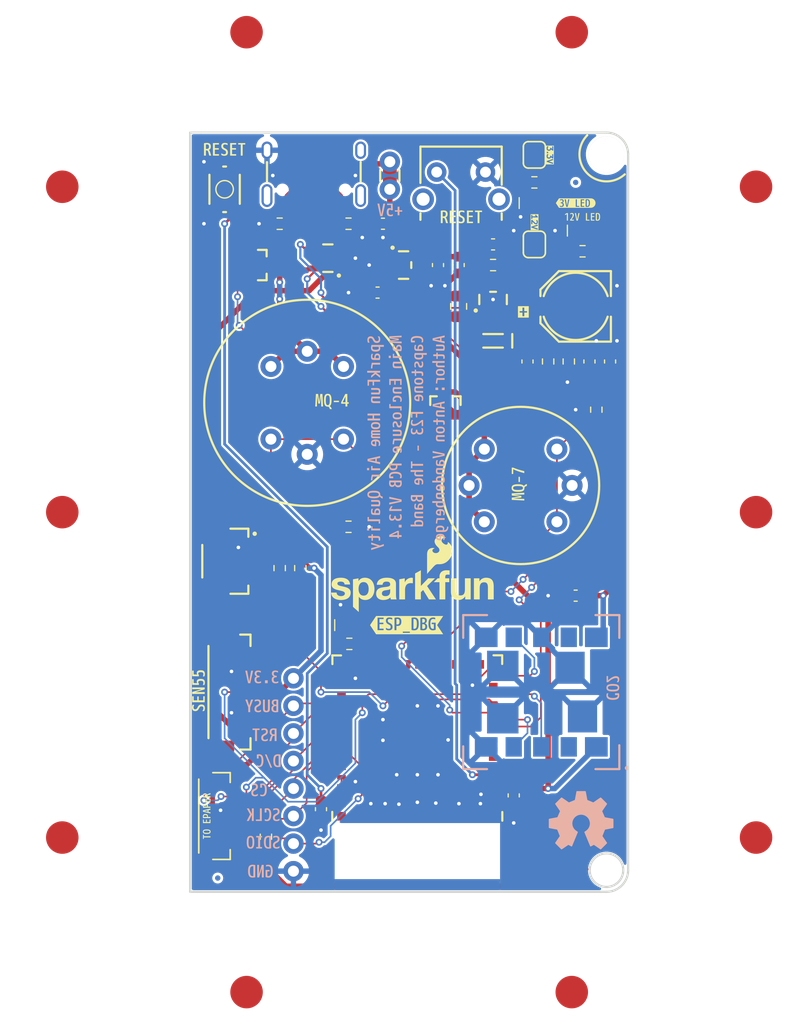
<source format=kicad_pcb>
(kicad_pcb (version 20240108) (generator "pcbnew") (generator_version "8.0")
  (layers (0 "F.Cu" signal) (31 "B.Cu" signal) (34 "B.Paste" user) (35 "F.Paste" user) (36 "B.SilkS" user "B.Silkscreen") (37 "F.SilkS" user "F.Silkscreen") (38 "B.Mask" user) (39 "F.Mask" user) (44 "Edge.Cuts" user))
  (net 0 "")
  (net 1 "GND")
  (net 2 "RESET")
  (net 3 "ESP0")
  (net 4 "Net-(U3-FB)")
  (net 5 "Net-(U3-SW)")
  (net 6 "Net-(D3-A)")
  (net 7 "SCL")
  (net 8 "+5V")
  (net 9 "+12V")
  (net 10 "SDA")
  (net 11 "Net-(J1-CC1)")
  (net 12 "D+")
  (net 13 "D-")
  (net 15 "Net-(J1-CC2)")
  (net 20 "Net-(JP1-A)")
  (net 21 "~{BUSY}")
  (net 22 "SCLK")
  (net 23 "SDIO")
  (net 24 "~{CS}")
  (net 25 "D{slash}~{C}")
  (net 26 "~{RST}")
  (net 31 "Net-(JP2-A)")
  (net 32 "Net-(JP3-A)")
  (net 49 "Net-(D4-A)")
  (net 56 "Net-(D2-A)")
  (net 57 "+3.3V")
  (net 58 "~{SHDN}-EN")
  (net 59 "CO2_INT")
  (net 63 "ESP11{slash}MQ4")
  (net 64 "ESP10{slash}MQ7")
  (net 65 "unconnected-(U8-NC-Pad1)")
  (net 66 "ESP DBG")
  (net 67 "MQ7-CONTROL")
  (net 68 "MQ4-CONTROL")
  (net 69 "MQ4-5V")
  (net 71 "MQ7-5V")
  (footprint "SparkFun-Resistor:R_0603_1608Metric" (layer "F.Cu") (at 135.785 118.82 90)
    (property "Reference" "R3")
    (property "Value" "10k" (hide yes))
  )
  (footprint "SparkFun-Resistor:R_0603_1608Metric" (layer "F.Cu") (at 163.725 75.005 -90)
    (property "Reference" "R6")
    (property "Value" "5.62k" (hide yes))
  )
  (footprint "SparkFun-Connector:JST-6-SMD-1.25MM-LOCKING" (layer "F.Cu") (at 131.414 105.485 -90)
    (property "Reference" "U8")
    (property "Value" "SEN55")
  )
  (footprint "SparkFun-Jumper:SMT-JUMPER_2_NC_TRACE_SILK" (layer "F.Cu") (at 160.55 64.21 -90)
    (property "Reference" "JP2")
    (property "Value" "~" (hide yes))
  )
  (footprint "kibuzzard-65B1D56F" (layer "F.Cu") (at 131.975 55.447)
    (property "Reference" "kibuzzard-65B1D56F" (hide yes))
    (property "Value" "G***" (hide yes))
  )
  (footprint "SparkFun-Resistor:R_0603_1608Metric" (layer "F.Cu") (at 138.96 94.055 -90)
    (property "Reference" "R10")
    (property "Value" "2.2k" (hide yes))
  )
  (footprint "SparkFun-Capacitor:C_0603_1608Metric" (layer "F.Cu") (at 146.58 62.305 180)
    (property "Reference" "C2")
    (property "Value" "0.1uF" (hide yes))
  )
  (footprint "SparkFun-Connector:FPC_12_0.5MM" (layer "F.Cu") (at 131.34 116.915 -90)
    (property "Reference" "J2")
    (property "Value" "Conn_01x12_FPC_0.5mm" (hide yes))
  )
  (footprint "SparkFun-Aesthetic:Fiducial_1.5mm_Mask3mm" (layer "F.Cu") (at 117 58.8956)
    (property "Reference" "FID6")
    (property "Value" "Fiducial_3mm")
  )
  (footprint "SparkFun-Resistor:R_0603_1608Metric" (layer "F.Cu") (at 164.995 64.845)
    (property "Reference" "R9")
    (property "Value" "10k" (hide yes))
  )
  (footprint "SparkFun-Semiconductor-Standard:SOD-323" (layer "F.Cu") (at 156.74 73.1 180)
    (property "Reference" "D1")
    (property "Value" "0.5A" (hide yes))
  )
  (footprint "kibuzzard-65B1E40B" (layer "F.Cu") (at 130.324 116.915 90)
    (property "Reference" "kibuzzard-65B1E40B" (hide yes))
    (property "Value" "G***" (hide yes))
  )
  (footprint "SparkFun-Aesthetic:SparkFun_Logo_15mm" (layer "F.Cu") (at 149.12 95.96)
    (property "Reference" "G***" (hide yes))
    (property "Value" "LOGO" (hide yes))
  )
  (footprint "SparkFun-Semiconductor-Standard:SOT23-5" (layer "F.Cu") (at 156.74 69.29 90)
    (property "Reference" "U3")
    (property "Value" "AP3012" (hide yes))
  )
  (footprint "SparkFun-Capacitor:C_0603_1608Metric" (layer "F.Cu") (at 140.865 116.28 90)
    (property "Reference" "C1")
    (property "Value" "0.1uF" (hide yes))
  )
  (footprint "kibuzzard-65B1D5D4" (layer "F.Cu") (at 141.881 78.688)
    (property "Reference" "kibuzzard-65B1D5D4" (hide yes))
    (property "Value" "G***" (hide yes))
  )
  (footprint "SparkFun-Resistor:R_0603_1608Metric" (layer "F.Cu") (at 166.265 79.45 90)
    (property "Reference" "R11")
    (property "Value" "10k")
  )
  (footprint "SparkFun-Aesthetic:Fiducial_1.5mm_Mask3mm" (layer "F.Cu") (at 134 44.6456)
    (property "Reference" "FID5")
    (property "Value" "Fiducial_3mm")
  )
  (footprint "SparkFun-Resistor:R_0603_1608Metric" (layer "F.Cu") (at 156.74 66.115 180)
    (property "Reference" "R4")
    (property "Value" "100k" (hide yes))
  )
  (footprint "SparkFun-Aesthetic:Fiducial_1.5mm_Mask3mm" (layer "F.Cu") (at 134 133.1456)
    (property "Reference" "FID10")
    (property "Value" "Fiducial_3mm")
  )
  (footprint "SparkFun-Aesthetic:Fiducial_0.5mm_Mask1mm" (layer "F.Cu") (at 131.34 122.63)
    (property "Reference" "FID4")
    (property "Value" "Fiducial_0.5mm")
  )
  (footprint "kibuzzard-65B1E2D2" (layer "F.Cu") (at 164.995 61.67)
    (property "Reference" "kibuzzard-65B1E2D2" (hide yes))
    (property "Value" "G***" (hide yes))
  )
  (footprint "SparkFun-Resistor:R_0603_1608Metric" (layer "F.Cu") (at 143.405 62.305)
    (property "Reference" "R2")
    (property "Value" "5.1k" (hide yes))
  )
  (footprint "kibuzzard-65B1D64A" (layer "F.Cu") (at 153.819 61.67)
    (property "Reference" "kibuzzard-65B1D64A" (hide yes))
    (property "Value" "G***" (hide yes))
  )
  (footprint "SparkFun-Aesthetic:Fiducial_1.5mm_Mask3mm" (layer "F.Cu") (at 181 118.8956)
    (property "Reference" "FID12")
    (property "Value" "Fiducial_3mm")
  )
  (footprint "SparkFun-RF:ESP32-MINI" (layer "F.Cu") (at 149.755 109.93 180)
    (property "Reference" "U2")
    (property "Value" "ESP32-S3-MINI" (hide yes))
  )
  (footprint "SparkFun-Resistor:R_0603_1608Metric" (layer "F.Cu") (at 137.055 62.305 180)
    (property "Reference" "R1")
    (property "Value" "5.1k" (hide yes))
  )
  (footprint "SparkFun-Semiconductor-Standard:SOT23-3" (layer "F.Cu") (at 135.15 66.115)
    (property "Reference" "Q2")
    (property "Value" "DMG2305UX")
  )
  (footprint "SparkFun-Aesthetic:Fiducial_0.5mm_Mask1mm" (layer "F.Cu") (at 164.36 58.495)
    (property "Reference" "FID3")
    (property "Value" "Fiducial_0.5mm")
  )
  (footprint "SparkFun-Aesthetic:Creative_Commons_License" (layer "F.Cu") (at 116.735 77.545)
    (property "Reference" "G1" (hide yes))
    (property "Value" "OSHW_Logo" (hide yes))
  )
  (footprint "SparkFun-Aesthetic:Fiducial_1.5mm_Mask3mm" (layer "F.Cu") (at 164 133.1456)
    (property "Reference" "FID11")
    (property "Value" "Fiducial_3mm")
  )
  (footprint "SparkFun-Capacitor:C_0603_1608Metric" (layer "F.Cu") (at 167.535 75.005 90)
    (property "Reference" "C8")
    (property "Value" "0.1uF" (hide yes))
  )
  (footprint "SparkFun-Capacitor:C_0603_1608Metric" (layer "F.Cu") (at 151.66 66.115 -90)
    (property "Reference" "C11")
    (property "Value" "1.0uF" (hide yes))
  )
  (footprint "SparkFun-Connector:1X08" (layer "F.Cu") (at 138.325 104.215 -90)
    (property "Reference" "J3")
    (property "Value" "Conn_01x08" (hide yes))
  )
  (footprint "SparkFun-Connector:JST04_1MM_RA" (layer "F.Cu") (at 134.515 93.42 -90)
    (property "Reference" "J4")
    (property "Value" "Qwiic_RA")
  )
  (footprint "kibuzzard-65B27CA0" (layer "F.Cu") (at 129.562 105.358 90)
    (property "Reference" "kibuzzard-65B27CA0" (hide yes))
    (property "Value" "G***" (hide yes))
  )
  (footprint "SparkFun-Aesthetic:Fiducial_1.5mm_Mask3mm" (layer "F.Cu") (at 181 58.8956)
    (property "Reference" "FID14")
    (property "Value" "Fiducial_3mm")
  )
  (footprint "SparkFun-Capacitor:C_0805_2012Metric" (layer "F.Cu") (at 153.565 69.925 -90)
    (property "Reference" "L1")
    (property "Value" "10uH" (hide yes))
  )
  (footprint "SparkFun-Hardware:STAND-OFF" (layer "F.Cu") (at 167.2048 55.9042)
    (property "Reference" "ST1")
    (property "Value" "Stand_off")
  )
  (footprint "SparkFun-Switch:Momentary_SMD_4.6x2.8mm_h2.5mm" (layer "F.Cu") (at 131.975 59.13 90)
    (property "Reference" "SW2")
    (property "Value" "SMD_4.6x2.8mm_h2.5mm" (hide yes))
  )
  (footprint "SparkFun-Aesthetic:Fiducial_1.5mm_Mask3mm" (layer "F.Cu") (at 164 44.6456)
    (property "Reference" "FID9")
    (property "Value" "Fiducial_3mm")
  )
  (footprint "SparkFun-Capacitor:C_0603_1608Metric" (layer "F.Cu") (at 153.565 66.115 -90)
    (property "Reference" "C12")
    (property "Value" "10uF" (hide yes))
  )
  (footprint "SparkFun-Sensor:MQ-4 Gas Sensor" (layer "F.Cu") (at 139.595 78.815)
    (property "Reference" "U4")
    (property "Value" "MQ-4 Gas Sensor")
  )
  (footprint "SparkFun-LED:LED_0603_1608Metric" (layer "F.Cu") (at 143.532 99.3128)
    (property "Reference" "D4")
    (property "Value" "Red")
  )
  (footprint "SparkFun-Capacitor:C_0603_1608Metric" (layer "F.Cu") (at 159.915 75.005 90)
    (property "Reference" "C5")
    (property "Value" "470pF" (hide yes))
  )
  (footprint "SparkFun-Resistor:R_0603_1608Metric" (layer "F.Cu") (at 137.055 94.055 -90)
    (property "Reference" "R8")
    (property "Value" "2.2k" (hide yes))
  )
  (footprint "SparkFun-Capacitor:C_0603_1608Metric" (layer "F.Cu") (at 165.63 75.005 90)
    (property "Reference" "C6")
    (property "Value" "4.7uF" (hide yes))
  )
  (footprint "SparkFun-Aesthetic:Fiducial_0.5mm_Mask1mm" (layer "F.Cu") (at 164.36 120.725)
    (property "Reference" "FID1")
    (property "Value" "Fiducial_0.5mm")
  )
  (footprint "SparkFun-Jumper:COMBO-JUMPER_2_NC_TRACE" (layer "F.Cu") (at 147.215 57.86 -90)
    (property "Reference" "JP1")
    (property "Value" "Measure")
  )
  (footprint "kibuzzard-65ECB56E" (layer "F.Cu") (at 148.7644 99.3128)
    (property "Reference" "kibuzzard-65ECB56E" (hide yes))
    (property "Value" "G***" (hide yes))
  )
  (footprint "SparkFun-Capacitor:C_0603_1608Metric" (layer "F.Cu") (at 164.36 96.595 180)
    (property "Reference" "C9")
    (property "Value" "10nF" (hide yes))
  )
  (footprint "kibuzzard-65B1D5EA" (layer "F.Cu") (at 159.153 86.308 90)
    (property "Reference" "kibuzzard-65B1D5EA" (hide yes))
    (property "Value" "G***" (hide yes))
  )
  (footprint "SparkFun-Semiconductor-Standard:SOT23-5" (layer "F.Cu") (at 148.485 66.115)
    (property "Reference" "U6")
    (property "Value" "AP2112K-3.3" (hide yes))
  )
  (footprint "SparkFun-Capacitor:C_0603_1608Metric" (layer "F.Cu") (at 158.645 115.01 -90)
    (property "Reference" "C3")
    (property "Value" "0.1uF" (hide yes))
  )
  (footprint "SparkFun-Connector:USB-C-16P" (layer "F.Cu") (at 140.2046 60.62485 180)
    (property "Reference" "J1")
    (property "Value" "USB_C_Receptacle")
  )
  (footprint "SparkFun-Semiconductor-Standard:SOT23-3" (layer "F.Cu") (at 152.345 78.915 90)
    (property "Reference" "Q1")
    (property "Value" "DMG2305UX")
  )
  (footprint "SparkFun-Resistor:R_0603_1608Metric" (layer "F.Cu") (at 160.55 58.495)
    (property "Reference" "R12")
    (property "Value" "10k" (hide yes))
  )
  (footprint "SparkFun-Resistor:R_0603_1608Metric" (layer "F.Cu") (at 161.82 75.005 90)
    (property "Reference" "R5")
    (property "Value" "47k" (hide yes))
  )
  (footprint "SparkFun-LED:LED_0603_1608Metric" (layer "F.Cu") (at 160.55 60.4)
    (property "Reference" "D3")
    (property "Value" "Red" (hide yes))
  )
  (footprint "SparkFun-Aesthetic:Fiducial_1.5mm_Mask3mm" (layer "F.Cu") (at 117 88.8956)
    (property "Reference" "FID7")
    (property "Value" "Fiducial_3mm")
  )
  (footprint "SparkFun-Jumper:SMT-JUMPER_2_NC_TRACE_SILK" (layer "F.Cu") (at 160.55 55.955 90)
    (property "Reference" "JP3")
    (property "Value" "~" (hide yes))
  )
  (footprint "SparkFun-Capacitor:C_0603_1608Metric" (layer "F.Cu") (at 156.74 64.21)
    (property "Reference" "C4")
    (property "Value" "10uF" (hide yes))
  )
  (footprint "SparkFun-Resistor:R_0603_1608Metric" (layer "F.Cu") (at 143.4812 101.04)
    (property "Reference" "R15")
    (property "Value" "220_0603")
  )
  (footprint "kibuzzard-65B1D3B2" (layer "F.Cu") (at 159.534 70.433)
    (property "Reference" "kibuzzard-65B1D3B2" (hide yes))
    (property "Value" "G***" (hide yes))
  )
  (footprint "SparkFun-Capacitor:PANASONIC_D" (layer "F.Cu") (at 164.36 69.925 180)
    (property "Reference" "C7")
    (property "Value" "47uF" (hide yes))
  )
  (footprint "SparkFun-Capacitor:C_0603_1608Metric" (layer "F.Cu") (at 146.085 68.655 180)
    (property "Reference" "C10")
    (property "Value" "1.0uF" (hide yes))
  )
  (footprint "SparkFun-Sensor:MQ-7 Gas Sensor" (layer "F.Cu") (at 159.28 86.435 90)
    (property "Reference" "U7")
    (property "Value" "MQ-7 Gas Sensor")
  )
  (footprint "SparkFun-LED:LED_0603_1608Metric" (layer "F.Cu") (at 164.995 62.94)
    (property "Reference" "D2")
    (property "Value" "Red" (hide yes))
  )
  (footprint "SparkFun-Switch:Momentary_PTH_RA_8-020_h7.5mm" (layer "F.Cu") (at 153.7884 57.5444 180)
    (property "Reference" "SW1")
    (property "Value" "PTH_RA_h7.5mm")
  )
  (footprint "SparkFun-Aesthetic:Fiducial_1.5mm_Mask3mm" (layer "F.Cu") (at 117 118.8956)
    (property "Reference" "FID8")
    (property "Value" "Fiducial_3mm")
  )
  (footprint "SparkFun-Aesthetic:Fiducial_0.5mm_Mask1mm" (layer "F.Cu") (at 131.975 59.13)
    (property "Reference" "FID2")
    (property "Value" "Fiducial_0.5mm")
  )
  (footprint "kibuzzard-65B1E2FB" (layer "F.Cu") (at 164.36 60.4)
    (property "Reference" "kibuzzard-65B1E2FB" (hide yes))
    (property "Value" "G***" (hide yes))
  )
  (footprint "SparkFun-Semiconductor-Standard:SOT23-6" (layer "F.Cu") (at 141.5 65.48 180)
    (property "Reference" "U1")
    (property "Value" "TVS_ESD_USB" (hide yes))
  )
  (footprint "SparkFun-Resistor:R_0603_1608Metric" (layer "F.Cu") (at 143.405 90.245)
    (property "Reference" "R7")
    (property "Value" "10k")
  )
  (footprint "SparkFun-Aesthetic:Fiducial_1.5mm_Mask3mm" (layer "F.Cu") (at 181 88.8956)
    (property "Reference" "FID13")
    (property "Value" "Fiducial_3mm")
  )
  (footprint "SparkFun-Aesthetic:OSHW_Logo_6mm" (layer "B.Cu") (at 164.868 117.55 180)
    (property "Reference" "Ref**" (hide yes))
    (property "Value" "Val**" (hide yes))
  )
  (footprint "kibuzzard-65B1E10A" (layer "B.Cu") (at 135.404 104.088 180)
    (property "Reference" "kibuzzard-65B1E10A" (hide yes))
    (property "Value" "G***" (hide yes))
  )
  (footprint "kibuzzard-65F1350E" (layer "B.Cu") (at 148.866 82.498 -90)
    (property "Reference" "kibuzzard-65F1350E" (hide yes))
    (property "Value" "G***" (hide yes))
  )
  (footprint "kibuzzard-65B1D673" (layer "B.Cu") (at 147.215 61.035 180)
    (property "Reference" "kibuzzard-65B1D673" (hide yes))
    (property "Value" "G***" (hide yes))
  )
  (footprint "kibuzzard-65B1E11D" (layer "B.Cu") (at 135.404 106.755 180)
    (property "Reference" "kibuzzard-65B1E11D" (hide yes))
    (property "Value" "G***" (hide yes))
  )
  (footprint "SparkFun-Sensor:LG-MLGA-14-1_Z8B00206105" (layer "B.Cu") (at 161.185 105.485 180)
    (property "Reference" "U5")
    (property "Value" "PASCO2V01BUMA1")
  )
  (footprint "kibuzzard-65B1E179" (layer "B.Cu") (at 135.277 121.995 180)
    (property "Reference" "kibuzzard-65B1E179" (hide yes))
    (property "Value" "G***" (hide yes))
  )
  (footprint "kibuzzard-65B1E13C" (layer "B.Cu") (at 136.039 111.835 180)
    (property "Reference" "kibuzzard-65B1E13C" (hide yes))
    (property "Value" "G***" (hide yes))
  )
  (footprint "kibuzzard-65B1DFAF" (layer "B.Cu") (at 167.789 105.104 90)
    (property "Reference" "kibuzzard-65B1DFAF" (hide yes))
    (property "Value" "G***" (hide yes))
  )
  (footprint "kibuzzard-65B1E14E" (layer "B.Cu") (at 135.15 114.502 180)
    (property "Reference" "kibuzzard-65B1E14E" (hide yes))
    (property "Value" "G***" (hide yes))
  )
  (footprint "kibuzzard-65B1E16C" (layer "B.Cu") (at 135.531 119.328 180)
    (property "Reference" "kibuzzard-65B1E16C" (hide yes))
    (property "Value" "G***" (hide yes))
  )
  (footprint "kibuzzard-65B1E160" (layer "B.Cu") (at 135.531 116.788 180)
    (property "Reference" "kibuzzard-65B1E160" (hide yes))
    (property "Value" "G***" (hide yes))
  )
  (footprint "kibuzzard-65B1E12C" (layer "B.Cu") (at 135.658 109.422 180)
    (property "Reference" "kibuzzard-65B1E12C" (hide yes))
    (property "Value" "G***" (hide yes))
  )
  (gr_arc (start 168.884178 57.751516) (mid 165.404169 57.633537) (end 165.426801 54.151601) (stroke (width 0.2)) (layer "F.SilkS"))
  (gr_circle (center 167.2 55.9) (end 168.75 55.9) (stroke (width 0.2)) (fill none) (layer "Edge.Cuts"))
  (gr_line (start 128.8 53.9) (end 129.8 53.9) (stroke (width 0.2)) (layer "Edge.Cuts"))
  (gr_arc (start 169.2 121.9) (mid 168.614214 123.314214) (end 167.2 123.9) (stroke (width 0.2)) (layer "Edge.Cuts"))
  (gr_line (start 169.2 55.9) (end 169.2 121.9) (stroke (width 0.2)) (layer "Edge.Cuts"))
  (gr_arc (start 167.2 53.9) (mid 168.614214 54.485786) (end 169.2 55.9) (stroke (width 0.2)) (layer "Edge.Cuts"))
  (gr_line (start 167.2 123.9) (end 128.8 123.9) (stroke (width 0.2)) (layer "Edge.Cuts"))
  (gr_line (start 128.8 123.9) (end 128.8 53.9) (stroke (width 0.2)) (layer "Edge.Cuts"))
  (gr_line (start 129.8 53.9) (end 167.2 53.9) (stroke (width 0.2)) (layer "Edge.Cuts"))
  (gr_circle (center 167.2 121.9) (end 168.75 121.9) (stroke (width 0.2)) (fill none) (layer "Edge.Cuts"))
  (gr_text "v13.5" (at 159.407 123.519 0) (layer "F.Cu") (effects (font (size 1.5 1.5) (thickness 0.3) (bold yes)) (justify left bottom)))
  (gr_text "12V" (at 160.2452 61.3652 270) (layer "F.SilkS" knockout) (effects (font (size 0.508 0.508) (thickness 0.1016) (bold yes)) (justify left bottom)))
  (gr_text "3.3V" (at 161.6676 55.066 270) (layer "F.SilkS" knockout) (effects (font (size 0.508 0.508) (thickness 0.1016) (bold yes)) (justify left bottom)))
  (segment (start 163.725 76.783) (end 163.598 76.91) (width 0.1524) (layer "F.Cu") (net 1))
  (segment (start 134.9326 58.3314) (end 135.404 57.86) (width 0.508) (layer "F.Cu") (net 1))
  (segment (start 144.91776 61.21385) (end 144.12744 61.21385) (width 0.508) (layer "F.Cu") (net 1))
  (segment (start 148.055 116.93) (end 148.055 115.8246) (width 0.1524) (layer "F.Cu") (net 1))
  (segment (start 131.175 57.08) (end 130.56 57.08) (width 0.254) (layer "F.Cu") (net 1))
  (segment (start 149.755 111.58) (end 149.755 113.105) (width 0.1524) (layer "F.Cu") (net 1))
  (segment (start 144.655 116.5794) (end 145.4624 115.772) (width 0.1524) (layer "F.Cu") (net 1))
  (segment (start 134.515 91.92) (end 133.475 91.92) (width 0.1524) (layer "F.Cu") (net 1))
  (segment (start 159.7625 60.4) (end 159.7625 61.1875) (width 0.508) (layer "F.Cu") (net 1))
  (segment (start 166.76 69.925) (end 166.76 69.43) (width 0.508) (layer "F.Cu") (net 1))
  (segment (start 146.835 108.28) (end 146.58 108.025) (width 0.1524) (layer "F.Cu") (net 1))
  (segment (start 163.725 75.83) (end 163.725 76.783) (width 0.1524) (layer "F.Cu") (net 1))
  (segment (start 145.31 68.655) (end 143.405 68.655) (width 0.508) (layer "F.Cu") (net 1))
  (segment (start 144.23 90.245) (end 145.31 90.245) (width 0.1524) (layer "F.Cu") (net 1))
  (segment (start 153.425 66.89) (end 152.295 68.02) (width 0.508) (layer "F.Cu") (net 1))
  (segment (start 145.4766 58.76469) (end 145.4766 60.65501) (width 0.508) (layer "F.Cu") (net 1))
  (segment (start 158.645 115.785) (end 158.645 117.55) (width 0.508) (layer "F.Cu") (net 1))
  (segment (start 144.12744 61.21385) (end 143.4296 60.51601) (width 0.508) (layer "F.Cu") (net 1))
  (segment (start 135.49144 61.21385) (end 134.9326 60.65501) (width 0.508) (layer "F.Cu") (net 1))
  (segment (start 156.755 115.88) (end 156.755 116.93) (width 0.1524) (layer "F.Cu") (net 1))
  (segment (start 143.805 116.93) (end 144.655 116.93) (width 0.1524) (layer "F.Cu") (net 1))
  (segment (start 144.04 57.86) (end 144.57191 57.86) (width 0.508) (layer "F.Cu") (net 1))
  (segment (start 133.475 91.92) (end 133.245 92.15) (width 0.1524) (layer "F.Cu") (net 1))
  (segment (start 142.8001 65.48) (end 144.04 65.48) (width 0.508) (layer "F.Cu") (net 1))
  (segment (start 155.744 115.03) (end 155.6224 114.9084) (width 0.1524) (layer "F.Cu") (net 1))
  (segment (start 144.42 63.575) (end 144.23 63.385) (width 0.1524) (layer "F.Cu") (net 1))
  (segment (start 144.57191 57.86) (end 145.4766 58.76469) (width 0.508) (layer "F.Cu") (net 1))
  (segment (start 136.9796 60.28485) (end 136.9796 60.51601) (width 0.508) (layer "F.Cu") (net 1))
  (segment (start 148.055 115.8246) (end 148.0532 115.8228) (width 0.1524) (layer "F.Cu") (net 1))
  (segment (start 136.9796 60.51601) (end 136.28176 61.21385) (width 0.508) (layer "F.Cu") (net 1))
  (segment (start 143.165 113.74) (end 142.755 113.33) (width 0.1524) (layer "F.Cu") (net 1))
  (segment (start 136.23 62.305) (end 135.15 62.305) (width 0.1524) (layer "F.Cu") (net 1))
  (segment (start 150.605 116.93) (end 149.755 116.93) (width 0.1524) (layer "F.Cu") (net 1))
  (segment (start 143.805 116.93) (end 142.755 116.93) (width 0.1524) (layer "F.Cu") (net 1))
  (segment (start 144.04 113.74) (end 143.165 113.74) (width 0.1524) (layer "F.Cu") (net 1))
  (segment (start 156.755 102.93) (end 154.835 104.85) (width 0.1524) (layer "F.Cu") (net 1))
  (segment (start 144.23 62.305) (end 144.23 63.385) (width 0.1524) (layer "F.Cu") (net 1))
  (segment (start 166.76 69.43) (end 168.17 68.02) (width 0.508) (layer "F.Cu") (net 1))
  (segment (start 166.265 78.625) (end 165.185 78.625) (width 0.1524) (layer "F.Cu") (net 1))
  (segment (start 151.405 107.01) (end 151.66 106.755) (width 0.1524) (layer "F.Cu") (net 1))
  (segment (start 159.7625 61.1875) (end 159.28 61.67) (width 0.508) (layer "F.Cu") (net 1))
  (segment (start 148.105 111.58) (end 148.105 112.85) (width 0.1524) (layer "F.Cu") (net 1))
  (segment (start 131.175 61.2) (end 130.07 62.305) (width 0.254) (layer "F.Cu") (net 1))
  (segment (start 134.9326 60.65501) (end 134.9326 58.3314) (width 0.508) (layer "F.Cu") (net 1))
  (segment (start 152.305 116.93) (end 151.455 116.93) (width 0.1524) (layer "F.Cu") (net 1))
  (segment (start 142.6684 99.2367) (end 142.6684 97.4332) (width 0.1524) (layer "F.Cu") (net 1))
  (segment (start 130.56 57.08) (end 130.07 56.59) (width 0.254) (layer "F.Cu") (net 1))
  (segment (start 151.455 115.723) (end 151.4568 115.7212) (width 0.1524) (layer "F.Cu") (net 1))
  (segment (start 154.005 116.93) (end 154.005 116.1866) (width 0.1524) (layer "F.Cu") (net 1))
  (segment (start 148.105 109.93) (end 146.58 109.93) (width 0.1524) (layer "F.Cu") (net 1))
  (segment (start 164.2075 62.94) (end 162.455 62.94) (width 0.508) (layer "F.Cu") (net 1))
  (segment (start 148.105 112.85) (end 147.85 113.105) (width 0.1524) (layer "F.Cu") (net 1))
  (segment (start 155.705 115.9054) (end 155.5716 115.772) (width 0.1524) (layer "F.Cu") (net 1))
  (segment (start 142.755 114.18) (end 142.755 113.33) (width 0.1524) (layer "F.Cu") (net 1))
  (segment (start 143.4296 60.51601) (end 143.4296 60.28485) (width 0.508) (layer "F.Cu") (net 1))
  (segment (start 132.64 103.61) (end 132.61 103.58) (width 0.1524) (layer "F.Cu") (net 1))
  (segment (start 151.66 66.89) (end 151.66 67.385) (width 0.508) (layer "F.Cu") (net 1))
  (segment (start 153.565 66.89) (end 153.425 66.89) (width 0.508) (layer "F.Cu") (net 1))
  (segment (start 145.505 116.93) (end 146.355 116.93) (width 0.1524) (layer "F.Cu") (net 1))
  (segment (start 135.404 57.86) (end 136.42 57.86) (width 0.508) (layer "F.Cu") (net 1))
  (segment (start 154.855 116.93) (end 155.705 116.93) (width 0.1524) (layer "F.Cu") (net 1))
  (segment (start 156.74 70.5901) (end 156.74 69.29) (width 0.1524) (layer "F.Cu") (net 1))
  (segment (start 147.205 116.1938) (end 146.7832 115.772) (width 0.1524) (layer "F.Cu") (net 1))
  (segment (start 149.755 108.28) (end 149.755 106.755) (width 0.1524) (layer "F.Cu") (net 1))
  (segment (start 167.535 73.735) (end 168.17 73.1) (width 0.508) (layer "F.Cu") (net 1))
  (segment (start 145.4766 60.65501) (end 144.91776 61.21385) (width 0.508) (layer "F.Cu") (net 1))
  (segment (start 132.69 116.165) (end 131.8201 116.165) (width 0.1524) (layer "F.Cu") (net 1))
  (segment (start 146.355 116.93) (end 147.205 116.93) (width 0.1524) (layer "F.Cu") (net 1))
  (segment (start 157.515 64.07) (end 158.645 62.94) (width 0.508) (layer "F.Cu") (net 1))
  (segment (start 154.005 116.1866) (end 153.5904 115.772) (width 0.1524) (layer "F.Cu") (net 1))
  (segment (start 157.515 64.21) (end 157.515 64.07) (width 0.508) (layer "F.Cu") (net 1))
  (segment (start 151.455 116.93) (end 151.455 115.723) (width 0.1524) (layer "F.Cu") (net 1))
  (segment (start 142.7445 99.3128) (end 142.6684 99.2367) (width 0.1524) (layer "F.Cu") (net 1))
  (segment (start 151.405 111.58) (end 151.405 112.85) (width 0.1524) (layer "F.Cu") (net 1))
  (segment (start 155.705 116.93) (end 155.705 115.9054) (width 0.1524) (layer "F.Cu") (net 1))
  (segment (start 156.755 115.88) (end 156.755 115.03) (width 0.1524) (layer "F.Cu") (net 1))
  (segment (start 156.755 115.03) (end 155.744 115.03) (width 0.1524) (layer "F.Cu") (net 1))
  (segment (start 163.585 96.595) (end 161.82 96.595) (width 0.508) (layer "F.Cu") (net 1))
  (segment (start 132.64 107.36) (end 132.61 107.39) (width 0.1524) (layer "F.Cu") (net 1))
  (segment (start 147.1849 66.115) (end 145.31 66.115) (width 0.508) (layer "F.Cu") (net 1))
  (segment (start 148.905 116.93) (end 148.055 116.93) (width 0.1524) (layer "F.Cu") (net 1))
  (segment (start 140.865 117.055) (end 140.865 118.210406) (width 0.1524) (layer "F.Cu") (net 1))
  (segment (start 149.755 109.93) (end 149.755 108.28) (width 0.1524) (layer "F.Cu") (net 1))
  (segment (start 153.155 116.93) (end 154.005 116.93) (width 0.1524) (layer "F.Cu") (net 1))
  (segment (start 151.405 108.28) (end 151.405 107.01) (width 0.1524) (layer "F.Cu") (net 1))
  (segment (start 134.64 107.36) (end 132.64 107.36) (width 0.1524) (layer "F.Cu") (net 1))
  (segment (start 151.405 109.93) (end 152.557321 109.93) (width 0.1524) (layer "F.Cu") (net 1))
  (segment (start 165.63 73.735) (end 166.265 73.1) (width 0.508) (layer "F.Cu") (net 1))
  (segment (start 151.405 112.85) (end 151.66 113.105) (width 0.1524) (layer "F.Cu") (net 1))
  (segment (start 152.557321 109.93) (end 152.5933 109.894021) (width 0.1524) (layer "F.Cu") (net 1))
  (segment (start 147.205 116.93) (end 147.205 116.1938) (width 0.1524) (layer "F.Cu") (net 1))
  (segment (start 151.66 67.385) (end 151.025 68.02) (width 0.508) (layer "F.Cu") (net 1))
  (segment (start 144.675 63.575) (end 144.42 63.575) (width 0.1524) (layer "F.Cu") (net 1))
  (segment (start 167.535 74.23) (end 167.535 73.735) (width 0.508) (layer "F.Cu") (net 1))
  (segment (start 131.8201 116.165) (end 131.6035 116.3816) (width 0.1524) (layer "F.Cu") (net 1))
  (segment (start 165.185 78.625) (end 164.36 79.45) (width 0.1524) (layer "F.Cu") (net 1))
  (segment (start 144.655 116.93) (end 144.655 116.5794) (width 0.1524) (layer "F.Cu") (net 1))
  (segment (start 149.755 116.93) (end 149.755 115.645) (width 0.1524) (layer "F.Cu") (net 1))
  (segment (start 136.28176 61.21385) (end 135.49144 61.21385) (width 0.508) (layer "F.Cu") (net 1))
  (segment (start 146.58 63.08) (end 146.58 63.575) (width 0.508) (layer "F.Cu") (net 1))
  (segment (start 165.63 74.23) (end 165.63 73.735) (width 0.508) (layer "F.Cu") (net 1))
  (segment (start 148.105 108.28) (end 146.835 108.28) (width 0.1524) (layer "F.Cu") (net 1))
  (segment (start 145.805 62.305) (end 146.58 63.08) (width 0.508) (layer "F.Cu") (net 1))
  (segment (start 134.64 103.61) (end 132.64 103.61) (width 0.1524) (layer "F.Cu") (net 1))
  (segment (start 131.175 61.18) (end 131.175 61.2) (width 0.1524) (layer "F.Cu") (net 1))
  (segment (start 142.755 102.93) (end 144.04 104.215) (width 0.1524) (layer "F.Cu") (net 1))
  (via (at 133.245 92.15) (size 0.635) (drill 0.3302) (layers "F.Cu" "B.Cu") (net 1))
  (via (at 146.58 108.025) (size 0.635) (drill 0.3302) (layers "F.Cu" "B.Cu") (net 1))
  (via (at 149.755 115.645) (size 0.635) (drill 0.3302) (layers "F.Cu" "B.Cu") (net 1))
  (via (at 149.755 106.755) (size 0.635) (drill 0.3302) (layers "F.Cu" "B.Cu") (net 1))
  (via (at 136.42 57.86) (size 0.635) (drill 0.3302) (layers "F.Cu" "B.Cu") (net 1))
  (via (at 158.645 117.55) (size 0.635) (drill 0.3302) (layers "F.Cu" "B.Cu") (net 1))
  (via (at 144.04 65.48) (size 0.635) (drill 0.3302) (layers "F.Cu" "B.Cu") (net 1))
  (via (at 130.07 62.305) (size 0.635) (drill 0.3302) (layers "F.Cu" "B.Cu") (net 1))
  (via (at 166.265 73.1) (size 0.635) (drill 0.3302) (layers "F.Cu" "B.Cu") (net 1))
  (via (at 152.5933 109.894021) (size 0.635) (drill 0.3302) (layers "F.Cu" "B.Cu") (net 1))
  (via (at 144.675 63.575) (size 0.635) (drill 0.3302) (layers "F.Cu" "B.Cu") (net 1))
  (via (at 153.5904 115.772) (size 0.635) (drill 0.3302) (layers "F.Cu" "B.Cu") (net 1))
  (via (at 132.61 103.58) (size 0.635) (drill 0.3302) (layers "F.Cu" "B.Cu") (net 1))
  (via (at 168.17 73.1) (size 0.635) (drill 0.3302) (layers "F.Cu" "B.Cu") (net 1))
  (via (at 146.58 109.93) (size 0.635) (drill 0.3302) (layers "F.Cu" "B.Cu") (net 1))
  (via (at 135.15 62.305) (size 0.635) (drill 0.3302) (layers "F.Cu" "B.Cu") (net 1))
  (via (at 164.36 79.45) (size 0.635) (drill 0.3302) (layers "F.Cu" "B.Cu") (net 1))
  (via (at 162.455 62.94) (size 0.635) (drill 0.3302) (layers "F.Cu" "B.Cu") (net 1))
  (via (at 140.865 118.210406) (size 0.635) (drill 0.3302) (layers "F.Cu" "B.Cu") (net 1))
  (via (at 145.4624 115.772) (size 0.635) (drill 0.3302) (layers "F.Cu" "B.Cu") (net 1))
  (via (at 151.66 106.755) (size 0.635) (drill 0.3302) (layers "F.Cu" "B.Cu") (net 1))
  (via (at 168.17 68.02) (size 0.635) (drill 0.3302) (layers "F.Cu" "B.Cu") (net 1))
  (via (at 144.04 113.74) (size 0.635) (drill 0.3302) (layers "F.Cu" "B.Cu") (net 1))
  (via (at 146.58 63.575) (size 0.635) (drill 0.3302) (layers "F.Cu" "B.Cu") (net 1))
  (via (at 152.295 68.02) (size 0.635) (drill 0.3302) (layers "F.Cu" "B.Cu") (net 1))
  (via (at 156.74 69.29) (size 0.635) (drill 0.3302) (layers "F.Cu" "B.Cu") (net 1))
  (via (at 144.04 104.215) (size 0.635) (drill 0.3302) (layers "F.Cu" "B.Cu") (net 1))
  (via (at 159.28 61.67) (size 0.635) (drill 0.3302) (layers "F.Cu" "B.Cu") (net 1))
  (via (at 146.7832 115.772) (size 0.635) (drill 0.3302) (layers "F.Cu" "B.Cu") (net 1))
  (via (at 144.04 57.86) (size 0.635) (drill 0.3302) (layers "F.Cu" "B.Cu") (net 1))
  (via (at 131.6035 116.3816) (size 0.635) (drill 0.3302) (layers "F.Cu" "B.Cu") (net 1))
  (via (at 151.025 68.02) (size 0.635) (drill 0.3302) (layers "F.Cu" "B.Cu") (net 1))
  (via (at 158.645 62.94) (size 0.635) (drill 0.3302) (layers "F.Cu" "B.Cu") (net 1))
  (via (at 145.31 66.115) (size 0.635) (drill 0.3302) (layers "F.Cu" "B.Cu") (net 1))
  (via (at 143.405 68.655) (size 0.635) (drill 0.3302) (layers "F.Cu" "B.Cu") (net 1))
  (via (at 154.835 104.85) (size 0.635) (drill 0.3302) (layers "F.Cu" "B.Cu") (net 1))
  (via (at 155.6224 114.9084) (size 0.635) (drill 0.3302) (layers "F.Cu" "B.Cu") (net 1))
  (via (at 161.82 96.595) (size 0.635) (drill 0.3302) (layers "F.Cu" "B.Cu") (net 1))
  (via (at 145.31 90.245) (size 0.635) (drill 0.3302) (layers "F.Cu" "B.Cu") (net 1))
  (via (at 148.0532 115.8228) (size 0.635) (drill 0.3302) (layers "F.Cu" "B.Cu") (net 1))
  (via (at 142.6684 97.4332) (size 0.635) (drill 0.3302) (layers "F.Cu" "B.Cu") (net 1))
  (via (at 155.5716 115.772) (size 0.635) (drill 0.3302) (layers "F.Cu" "B.Cu") (net 1))
  (via (at 132.61 107.39) (size 0.635) (drill 0.3302) (layers "F.Cu" "B.Cu") (net 1))
  (via (at 163.598 76.91) (size 0.635) (drill 0.3302) (layers "F.Cu" "B.Cu") (net 1))
  (via (at 147.85 113.105) (size 0.635) (drill 0.3302) (layers "F.Cu" "B.Cu") (net 1))
  (via (at 151.4568 115.7212) (size 0.635) (drill 0.3302) (layers "F.Cu" "B.Cu") (net 1))
  (via (at 149.755 113.105) (size 0.635) (drill 0.3302) (layers "F.Cu" "B.Cu") (net 1))
  (via (at 130.07 56.59) (size 0.635) (drill 0.3302) (layers "F.Cu" "B.Cu") (net 1))
  (via (at 151.66 113.105) (size 0.635) (drill 0.3302) (layers "F.Cu" "B.Cu") (net 1))
  (segment (start 141.24 115.88) (end 142.755 115.88) (width 0.254) (layer "F.Cu") (net 2))
  (segment (start 132.775 61.18) (end 132.775 61.505) (width 0.254) (layer "F.Cu") (net 2))
  (segment (start 138.849726 118.1818) (end 139.976 117.055526) (width 0.254) (layer "F.Cu") (net 2))
  (segment (start 135.785 117.995) (end 135.9718 118.1818) (width 0.254) (layer "F.Cu") (net 2))
  (segment (start 135.9718 118.1818) (end 138.849726 118.1818) (width 0.254) (layer "F.Cu") (net 2))
  (segment (start 132.775 61.505) (end 131.975 62.305) (width 0.254) (layer "F.Cu") (net 2))
  (segment (start 132.775 57.08) (end 132.775 61.18) (width 0.254) (layer "F.Cu") (net 2))
  (segment (start 140.865 115.505) (end 140.865 114.375) (width 0.254) (layer "F.Cu") (net 2))
  (segment (start 139.976 116.394) (end 140.865 115.505) (width 0.254) (layer "F.Cu") (net 2))
  (segment (start 140.865 115.505) (end 141.24 115.88) (width 0.254) (layer "F.Cu") (net 2))
  (segment (start 139.976 117.055526) (end 139.976 116.394) (width 0.254) (layer "F.Cu") (net 2))
  (via (at 140.865 114.375) (size 0.635) (drill 0.3302) (layers "F.Cu" "B.Cu") (net 2))
  (via (at 131.975 62.305) (size 0.635) (drill 0.3302) (layers "F.Cu" "B.Cu") (net 2))
  (segment (start 141.446 101.915658) (end 141.446 92.096) (width 0.254) (layer "B.Cu") (net 2))
  (segment (start 131.975 82.625) (end 131.975 62.305) (width 0.254) (layer "B.Cu") (net 2))
  (segment (start 140.865 114.375) (end 139.595 113.105) (width 0.254) (layer "B.Cu") (net 2))
  (segment (start 139.595 103.766658) (end 141.446 101.915658) (width 0.254) (layer "B.Cu") (net 2))
  (segment (start 141.446 92.096) (end 131.975 82.625) (width 0.254) (layer "B.Cu") (net 2))
  (segment (start 139.595 113.105) (end 139.595 103.766658) (width 0.254) (layer "B.Cu") (net 2))
  (segment (start 154.835 113.105) (end 156.53 113.105) (width 0.254) (layer "F.Cu") (net 3))
  (segment (start 156.53 113.105) (end 156.755 113.33) (width 0.254) (layer "F.Cu") (net 3))
  (via (at 154.835 113.105) (size 0.635) (drill 0.3302) (layers "F.Cu" "B.Cu") (net 3))
  (segment (start 153.2378 59.2438) (end 151.5384 57.5444) (width 0.254) (layer "B.Cu") (net 3))
  (segment (start 153.3872 111.6572) (end 153.3872 104.847) (width 0.254) (layer "B.Cu") (net 3))
  (segment (start 154.835 113.105) (end 153.3872 111.6572) (width 0.254) (layer "B.Cu") (net 3))
  (segment (start 153.2378 104.6976) (end 153.2378 59.2438) (width 0.254) (layer "B.Cu") (net 3))
  (segment (start 153.3872 104.847) (end 153.2378 104.6976) (width 0.254) (layer "B.Cu") (net 3))
  (segment (start 161.77 74.23) (end 161.82 74.18) (width 0.1524) (layer "F.Cu") (net 4))
  (segment (start 159.915 72.8151) (end 159.915 74.23) (width 0.1524) (layer "F.Cu") (net 4))
  (segment (start 157.69 70.5901) (end 159.915 72.8151) (width 0.1524) (layer "F.Cu") (net 4))
  (segment (start 159.915 74.23) (end 161.77 74.23) (width 0.1524) (layer "F.Cu") (net 4))
  (segment (start 161.82 74.18) (end 163.725 74.18) (width 0.1524) (layer "F.Cu") (net 4))
  (segment (start 155.79 70.5901) (end 155.79 72.9) (width 0.508) (layer "F.Cu") (net 5))
  (segment (start 153.8499 70.5901) (end 153.565 70.875) (width 0.508) (layer "F.Cu") (net 5))
  (segment (start 155.79 70.5901) (end 153.8499 70.5901) (width 0.508) (layer "F.Cu") (net 5))
  (segment (start 155.79 72.9) (end 155.59 73.1) (width 0.508) (layer "F.Cu") (net 5))
  (segment (start 161.3375 58.5325) (end 161.375 58.495) (width 0.508) (layer "F.Cu") (net 6))
  (segment (start 161.3375 60.4) (end 161.3375 58.5325) (width 0.508) (layer "F.Cu") (net 6))
  (segment (start 137.015 94.92) (end 137.055 94.88) (width 0.1524) (layer "F.Cu") (net 7))
  (segment (start 137.055 102.945) (end 135.14 104.86) (width 0.1524) (layer "F.Cu") (net 7))
  (segment (start 134.714 104.86) (end 133.87 104.86) (width 0.1524) (layer "F.Cu") (net 7))
  (segment (start 144.675 107.39) (end 144.675 106.256632) (width 0.1524) (layer "F.Cu") (net 7))
  (segment (start 144.675 106.256632) (end 145.251632 105.68) (width 0.1524) (layer "F.Cu") (net 7))
  (segment (start 133.9816 114.9758) (end 133.9816 114.248004) (width 0.1524) (layer "F.Cu") (net 7))
  (segment (start 134.64 104.86) (end 134.515 104.86) (width 0.1524) (layer "F.Cu") (net 7))
  (segment (start 137.055 94.92) (end 137.055 102.945) (width 0.1524) (layer "F.Cu") (net 7))
  (segment (start 135.14 104.86) (end 134.714 104.86) (width 0.1524) (layer "F.Cu") (net 7))
  (segment (start 134.515 94.92) (end 137.015 94.92) (width 0.1524) (layer "F.Cu") (net 7))
  (segment (start 145.251632 105.68) (end 156.755 105.68) (width 0.1524) (layer "F.Cu") (net 7))
  (segment (start 160.55 105.866) (end 160.364 105.68) (width 0.1524) (layer "F.Cu") (net 7))
  (segment (start 133.2924 115.665) (end 133.9816 114.9758) (width 0.1524) (layer "F.Cu") (net 7))
  (segment (start 133.87 104.86) (end 133.245 105.485) (width 0.1524) (layer "F.Cu") (net 7))
  (segment (start 132.69 115.665) (end 133.2924 115.665) (width 0.1524) (layer "F.Cu") (net 7))
  (segment (start 133.245 105.485) (end 131.975 105.485) (width 0.1524) (layer "F.Cu") (net 7))
  (segment (start 134.515 104.86) (end 134.4857 104.86) (width 0.1524) (layer "F.Cu") (net 7))
  (segment (start 134.515 94.92) (end 137.055 94.92) (width 0.1524) (layer "F.Cu") (net 7))
  (segment (start 160.364 105.68) (end 156.755 105.68) (width 0.1524) (layer "F.Cu") (net 7))
  (via (at 133.9816 114.248004) (size 0.635) (drill 0.3302) (layers "F.Cu" "B.Cu") (net 7))
  (via (at 144.675 107.39) (size 0.635) (drill 0.3302) (layers "F.Cu" "B.Cu") (net 7))
  (via (at 160.55 105.866) (size 0.635) (drill 0.3302) (layers "F.Cu" "B.Cu") (net 7))
  (via (at 131.975 105.485) (size 0.635) (drill 0.3302) (layers "F.Cu" "B.Cu") (net 7))
  (segment (start 135.610958 113.380642) (end 131.975 109.744684) (width 0.1524) (layer "B.Cu") (net 7))
  (segment (start 144.04 112.039619) (end 140.488619 115.591) (width 0.1524) (layer "B.Cu") (net 7))
  (segment (start 137.821316 115.591) (end 135.610958 113.380642) (width 0.1524) (layer "B.Cu") (net 7))
  (segment (start 161.185 106.501) (end 160.55 105.866) (width 0.1524) (layer "B.Cu") (net 7))
  (segment (start 134.032404 114.248004) (end 133.9816 114.248004) (width 0.1524) (layer "B.Cu") (net 7))
  (segment (start 144.675 107.39) (end 144.04 108.025) (width 0.1524) (layer "B.Cu") (net 7))
  (segment (start 134.848962 113.380642) (end 133.9816 114.248004) (width 0.1524) (layer "B.Cu") (net 7))
  (segment (start 140.488619 115.591) (end 137.821316 115.591) (width 0.1524) (layer "B.Cu") (net 7))
  (segment (start 131.975 109.744684) (end 131.975 105.485) (width 0.1524) (layer "B.Cu") (net 7))
  (segment (start 135.610958 113.380642) (end 134.848962 113.380642) (width 0.1524) (layer "B.Cu") (net 7))
  (segment (start 161.185 110.535) (end 161.185 106.501) (width 0.1524) (layer "B.Cu") (net 7))
  (segment (start 144.04 108.025) (end 144.04 112.039619) (width 0.1524) (layer "B.Cu") (net 7))
  (segment (start 151.6632 78.8912) (end 150.2884 77.5164) (width 0.508) (layer "F.Cu") (net 8))
  (segment (start 148.2929 65.165) (end 148.485 65.3571) (width 0.508) (layer "F.Cu") (net 8))
  (segment (start 144.668034 64.6591) (end 143.809934 63.801) (width 0.508) (layer "F.Cu") (net 8))
  (segment (start 147.1849 68.3301) (end 146.86 68.655) (width 0.508) (layer "F.Cu") (net 8))
  (segment (start 147.1849 65.165) (end 146.679 64.6591) (width 0.508) (layer "F.Cu") (net 8))
  (segment (start 150.2884 72.0834) (end 146.86 68.655) (width 0.508) (layer "F.Cu") (net 8))
  (segment (start 141.2539 66.9961) (end 139.7728 68.4772) (width 0.508) (layer "F.Cu") (net 8))
  (segment (start 134.15 67.7312) (end 134.896 68.4772) (width 0.508) (layer "F.Cu") (net 8))
  (segment (start 134.896 68.4772) (end 129.386 73.9872) (width 0.508) (layer "F.Cu") (net 8))
  (segment (start 141.909 63.801) (end 141.2539 64.4561) (width 0.508) (layer "F.Cu") (net 8))
  (segment (start 147.1849 65.165) (end 148.2929 65.165) (width 0.508) (layer "F.Cu") (net 8))
  (segment (start 148.17 67.065) (end 147.1849 67.065) (width 0.508) (layer "F.Cu") (net 8))
  (segment (start 148.485 65.3571) (end 148.485 66.75) (width 0.508) (layer "F.Cu") (net 8))
  (segment (start 143.809934 63.801) (end 141.909 63.801) (width 0.508) (layer "F.Cu") (net 8))
  (segment (start 129.386 105.436) (end 132.56 108.61) (width 0.508) (layer "F.Cu") (net 8))
  (segment (start 141.2539 65.259) (end 141.0829 65.43) (width 0.508) (layer "F.Cu") (net 8))
  (segment (start 141.2539 65.259) (end 141.2539 66.9961) (width 0.508) (layer "F.Cu") (net 8))
  (segment (start 147.215 59.13) (end 147.215 62.165) (width 0.508) (layer "F.Cu") (net 8))
  (segment (start 129.386 73.9872) (end 129.386 105.436) (width 0.508) (layer "F.Cu") (net 8))
  (segment (start 132.56 108.61) (end 134.714 108.61) (width 0.508) (layer "F.Cu") (net 8))
  (segment (start 146.679 64.6591) (end 144.668034 64.6591) (width 0.508) (layer "F.Cu") (net 8))
  (segment (start 147.215 62.165) (end 147.355 62.305) (width 0.508) (layer "F.Cu") (net 8))
  (segment (start 134.15 67.065) (end 134.15 67.7312) (width 0.508) (layer "F.Cu") (net 8))
  (segment (start 141.2539 64.4561) (end 141.2539 65.259) (width 0.508) (layer "F.Cu") (net 8))
  (segment (start 153.295 79.915) (end 152.2712 78.8912) (width 0.508) (layer "F.Cu") (net 8))
  (segment (start 148.485 66.75) (end 148.17 67.065) (width 0.508) (layer "F.Cu") (net 8))
  (segment (start 141.0829 65.43) (end 140.1999 65.43) (width 0.508) (layer "F.Cu") (net 8))
  (segment (start 147.355 62.305) (end 147.355 64.9949) (width 0.508) (layer "F.Cu") (net 8))
  (segment (start 139.7728 68.4772) (end 134.896 68.4772) (width 0.508) (layer "F.Cu") (net 8))
  (segment (start 150.2884 77.5164) (end 150.2884 72.0834) (width 0.508) (layer "F.Cu") (net 8))
  (segment (start 147.1849 67.065) (end 147.1849 68.3301) (width 0.508) (layer "F.Cu") (net 8))
  (segment (start 152.2712 78.8912) (end 151.6632 78.8912) (width 0.508) (layer "F.Cu") (net 8))
  (segment (start 147.355 64.9949) (end 147.1849 65.165) (width 0.508) (layer "F.Cu") (net 8))
  (segment (start 159.915 75.78) (end 161.77 75.78) (width 0.508) (layer "F.Cu") (net 9))
  (segment (start 161.96 69.925) (end 164.701 72.666) (width 0.508) (layer "F.Cu") (net 9))
  (segment (start 167.675 75.92) (end 167.675 95.82) (width 0.508) (layer "F.Cu") (net 9))
  (segment (start 157.89 73.1) (end 157.89 73.755) (width 0.508) (layer "F.Cu") (net 9))
  (segment (start 160.55 64.7307) (end 160.55 68.515) (width 0.508) (layer "F.Cu") (net 9))
  (segment (start 165.63 76.91) (end 165.63 75.78) (width 0.508) (layer "F.Cu") (net 9))
  (segment (start 161.77 75.78) (end 161.82 75.83) (width 0.508) (layer "F.Cu") (net 9))
  (segment (start 167.535 75.78) (end 167.675 75.92) (width 0.508) (layer "F.Cu") (net 9))
  (segment (start 161.82 76.656) (end 163.09 77.926) (width 0.508) (layer "F.Cu") (net 9))
  (segment (start 164.614 77.926) (end 165.63 76.91) (width 0.508) (layer "F.Cu") (net 9))
  (segment (start 167.675 95.82) (end 166.9 96.595) (width 0.508) (layer "F.Cu") (net 9))
  (segment (start 160.55 68.515) (end 161.96 69.925) (width 0.508) (layer "F.Cu") (net 9))
  (segment (start 165.63 75.78) (end 167.535 75.78) (width 0.508) (layer "F.Cu") (net 9))
  (segment (start 161.82 75.83) (end 161.82 76.656) (width 0.508) (layer "F.Cu") (net 9))
  (segment (start 157.89 73.755) (end 159.915 75.78) (width 0.508) (layer "F.Cu") (net 9))
  (segment (start 163.09 77.926) (end 164.614 77.926) (width 0.508) (layer "F.Cu") (net 9))
  (segment (start 164.701 74.851) (end 165.63 75.78) (width 0.508) (layer "F.Cu") (net 9))
  (segment (start 165.135 96.595) (end 166.9 96.595) (width 0.508) (layer "F.Cu") (net 9))
  (segment (start 164.701 72.666) (end 164.701 74.851) (width 0.508) (layer "F.Cu") (net 9))
  (via (at 166.9 96.595) (size 0.635) (drill 0.3302) (layers "F.Cu" "B.Cu") (net 9))
  (segment (start 166.9 96.595) (end 166.9 99.8) (width 0.508) (layer "B.Cu") (net 9))
  (segment (start 166.9 99.8) (end 166.265 100.435) (width 0.508) (layer "B.Cu") (net 9))
  (segment (start 135.16 106.11) (end 134.714 106.11) (width 0.1524) (layer "F.Cu") (net 10))
  (segment (start 138.96 94.88) (end 138 93.92) (width 0.1524) (layer "F.Cu") (net 10))
  (segment (start 157.15 106.53) (end 158.645 108.025) (width 0.1524) (layer "F.Cu") (net 10))
  (segment (start 138.96 94.88) (end 138.96 101.675) (width 0.1524) (layer "F.Cu") (net 10))
  (segment (start 130.0605 114.4099) (end 130.0605 115.4672) (width 0.1524) (layer "F.Cu") (net 10))
  (segment (start 138 93.92) (end 134.515 93.92) (width 0.1524) (layer "F.Cu") (net 10))
  (segment (start 131.6448 115.1116) (end 132.6366 115.1116) (width 0.1524) (layer "F.Cu") (net 10))
  (segment (start 156.755 106.53) (end 156.3863 106.1613) (width 0.1524) (layer "F.Cu") (net 10))
  (segment (start 136.42 104.85) (end 135.16 106.11) (width 0.1524) (layer "F.Cu") (net 10))
  (segment (start 134.714 106.11) (end 135.264 106.11) (width 0.1524) (layer "F.Cu") (net 10))
  (segment (start 132.8132 111.6572) (end 130.0605 114.4099) (width 0.1524) (layer "F.Cu") (net 10))
  (segment (start 136.42 104.215) (end 136.42 104.85) (width 0.1524) (layer "F.Cu") (net 10))
  (segment (start 133.3692 111.6572) (end 132.8132 111.6572) (width 0.1524) (layer "F.Cu") (net 10))
  (segment (start 156.3863 106.1613) (end 147.1737 106.1613) (width 0.1524) (layer "F.Cu") (net 10))
  (segment (start 158.645 108.025) (end 159.915 108.025) (width 0.1524) (layer "F.Cu") (net 10))
  (segment (start 135.8898 106.7358) (end 135.8898 109.1366) (width 0.1524) (layer "F.Cu") (net 10))
  (segment (start 135.264 106.11) (end 135.8898 106.7358) (width 0.1524) (layer "F.Cu") (net 10))
  (segment (start 138.96 101.675) (end 136.42 104.215) (width 0.1524) (layer "F.Cu") (net 10))
  (segment (start 147.1737 106.1613) (end 146.58 106.755) (width 0.1524) (layer "F.Cu") (net 10))
  (segment (start 140.865 103.58) (end 140.865 105.485) (width 0.1524) (layer "F.Cu") (net 10))
  (segment (start 135.8898 109.1366) (end 133.3692 111.6572) (width 0.1524) (layer "F.Cu") (net 10))
  (segment (start 132.6366 115.1116) (end 132.69 115.165) (width 0.1524) (layer "F.Cu") (net 10))
  (segment (start 138.96 101.675) (end 140.865 103.58) (width 0.1524) (layer "F.Cu") (net 10))
  (segment (start 156.755 106.53) (end 157.15 106.53) (width 0.1524) (layer "F.Cu") (net 10))
  (via (at 146.58 106.755) (size 0.635) (drill 0.3302) (layers "F.Cu" "B.Cu") (net 10))
  (via (at 140.865 105.485) (size 0.635) (drill 0.3302) (layers "F.Cu" "B.Cu") (net 10))
  (via (at 159.915 108.025) (size 0.635) (drill 0.3302) (layers "F.Cu" "B.Cu") (net 10))
  (via (at 130.0605 115.4672) (size 0.635) (drill 0.3302) (layers "F.Cu" "B.Cu") (net 10))
  (via (at 131.6448 115.1116) (size 0.635) (drill 0.3302) (layers "F.Cu" "B.Cu") (net 10))
  (segment (start 130.0605 115.4672) (end 131.34 115.4672) (width 0.1524) (layer "B.Cu") (net 10))
  (segment (start 159.915 109.265) (end 158.645 110.535) (width 0.1524) (layer "B.Cu") (net 10))
  (segment (start 131.6956 115.1116) (end 131.6956 115.1116) (width 0.1524) (layer "B.Cu") (net 10))
  (segment (start 159.915 108.025) (end 159.915 109.265) (width 0.1524) (layer "B.Cu") (net 10))
  (segment (start 131.34 115.4672) (end 131.6448 115.1624) (width 0.1524) (layer "B.Cu") (net 10))
  (segment (start 145.31 105.485) (end 146.58 106.755) (width 0.1524) (layer "B.Cu") (net 10))
  (segment (start 140.865 105.485) (end 145.31 105.485) (width 0.1524) (layer "B.Cu") (net 10))
  (segment (start 131.6448 115.1116) (end 131.6956 115.1116) (width 0.1524) (layer "B.Cu") (net 10))
  (segment (start 131.6448 115.1624) (end 131.6448 115.1116) (width 0.1524) (layer "B.Cu") (net 10))
  (segment (start 141.4546 60.28485) (end 141.4546 61.1796) (width 0.1524) (layer "F.Cu") (net 11))
  (segment (start 141.4546 61.1796) (end 142.58 62.305) (width 0.1524) (layer "F.Cu") (net 11))
  (segment (start 139.64485 61.08485) (end 138.58 62.1497) (width 0.2) (layer "F.Cu") (net 12))
  (segment (start 138.325 65.49755) (end 139.25745 66.43) (width 0.2) (layer "F.Cu") (net 12))
  (segment (start 138.58 62.1497) (end 138.58 62.787107) (width 0.2) (layer "F.Cu") (net 12))
  (segment (start 149.0898 78.1498) (end 149.0898 102.7452) (width 0.2) (layer "F.Cu") (net 12))
  (segment (start 139.4546 60.8946) (end 139.64485 61.08485) (width 0.2) (layer "F.Cu") (net 12))
  (segment (start 138.325 63.042107) (end 138.325 65.49755) (width 0.2) (layer "F.Cu") (net 12))
  (segment (start 138.58 62.787107) (end 138.325 63.042107) (width 0.2) (layer "F.Cu") (net 12))
  (segment (start 140.4046 61.08485) (end 140.4546 61.03485) (width 0.2) (layer "F.Cu") (net 12))
  (segment (start 139.4546 60.28485) (end 139.4546 60.8946) (width 0.2) (layer "F.Cu") (net 12))
  (segment (start 149.0898 102.7452) (end 148.905 102.93) (width 0.2) (layer "F.Cu") (net 12))
  (segment (start 139.64485 61.08485) (end 140.4046 61.08485) (width 0.2) (layer "F.Cu") (net 12))
  (segment (start 140.1999 66.43) (end 140.1999 66.7801) (width 0.2) (layer "F.Cu") (net 12))
  (segment (start 140.23 66.4601) (end 140.1999 66.43) (width 0.2) (layer "F.Cu") (net 12))
  (segment (start 140.1999 66.7801) (end 139.595 67.385) (width 0.2) (layer "F.Cu") (net 12))
  (segment (start 140.865 69.925) (end 149.0898 78.1498) (width 0.2) (layer "F.Cu") (net 12))
  (segment (start 140.4546 61.03485) (end 140.4546 60.28485) (width 0.2) (layer "F.Cu") (net 12))
  (segment (start 139.25745 66.43) (end 140.1999 66.43) (width 0.2) (layer "F.Cu") (net 12))
  (via (at 140.865 69.925) (size 0.635) (drill 0.3302) (layers "F.Cu" "B.Cu") (net 12))
  (via (at 139.595 67.385) (size 0.635) (drill 0.3302) (layers "F.Cu" "B.Cu") (net 12))
  (segment (start 140.865 69.925) (end 139.595 68.655) (width 0.2) (layer "B.Cu") (net 12))
  (segment (start 139.595 68.655) (end 139.595 67.385) (width 0.2) (layer "B.Cu") (net 12))
  (segment (start 140.9546 59.53485) (end 140.9546 60.28485) (width 0.2) (layer "F.Cu") (net 13))
  (segment (start 140.865 68.8582) (end 140.865 68.655) (width 0.2) (layer "F.Cu") (net 13))
  (segment (start 149.755 102.93) (end 149.755 101.107526) (width 0.2) (layer "F.Cu") (net 13))
  (segment (start 140.9046 59.48485) (end 140.9546 59.53485) (width 0.2) (layer "F.Cu") (net 13))
  (segment (start 149.755 101.107526) (end 149.4898 100.842326) (width 0.2) (layer "F.Cu") (net 13))
  (segment (start 140.9546 63.7753) (end 140.9546 60.28485) (width 0.2) (layer "F.Cu") (net 13))
  (segment (start 139.28 64.53) (end 138.96 64.21) (width 0.2) (layer "F.Cu") (net 13))
  (segment (start 149.4898 77.483) (end 140.865 68.8582) (width 0.2) (layer "F.Cu") (net 13))
  (segment (start 139.9546 60.28485) (end 140.0046 60.23485) (width 0.2) (layer "F.Cu") (net 13))
  (segment (start 149.4898 100.842326) (end 149.4898 77.483) (width 0.2) (layer "F.Cu") (net 13))
  (segment (start 140.0046 59.48485) (end 140.9046 59.48485) (width 0.2) (layer "F.Cu") (net 13))
  (segment (start 140.1999 64.53) (end 139.28 64.53) (width 0.2) (layer "F.Cu") (net 13))
  (segment (start 140.1999 64.53) (end 140.9546 63.7753) (width 0.2) (layer "F.Cu") (net 13))
  (segment (start 140.0046 60.23485) (end 140.0046 59.48485) (width 0.2) (layer "F.Cu") (net 13))
  (via (at 140.865 68.655) (size 0.635) (drill 0.3302) (layers "F.Cu" "B.Cu") (net 13))
  (via (at 138.96 64.21) (size 0.635) (drill 0.3302) (layers "F.Cu" "B.Cu") (net 13))
  (segment (start 140.865 67.385) (end 140.865 68.655) (width 0.2) (layer "B.Cu") (net 13))
  (segment (start 138.96 65.48) (end 140.865 67.385) (width 0.2) (layer "B.Cu") (net 13))
  (segment (start 138.96 64.21) (end 138.96 65.48) (width 0.2) (layer "B.Cu") (net 13))
  (segment (start 138.4546 61.7304) (end 137.88 62.305) (width 0.1524) (layer "F.Cu") (net 15))
  (segment (start 138.4546 60.28485) (end 138.4546 61.7304) (width 0.1524) (layer "F.Cu") (net 15))
  (segment (start 138.906806 58.622) (end 140.865 58.622) (width 0.508) (layer "F.Cu") (net 20))
  (segment (start 147.07195 56.73305) (end 146.58 56.73305) (width 0.4064) (layer "F.Cu") (net 20))
  (segment (start 142.6546 60.28485) (end 142.6546 59.774206) (width 0.3048) (layer "F.Cu") (net 20))
  (segment (start 140.865 58.622) (end 142.70315 56.78385) (width 0.508) (layer "F.Cu") (net 20))
  (segment (start 147.02115 56.78385) (end 147.215 56.59) (width 0.508) (layer "F.Cu") (net 20))
  (segment (start 137.7546 60.28485) (end 137.7546 59.774206) (width 0.3048) (layer "F.Cu") (net 20))
  (segment (start 147.215 56.59) (end 147.07195 56.73305) (width 0.4064) (layer "F.Cu") (net 20))
  (segment (start 142.6546 59.774206) (end 141.502394 58.622) (width 0.508) (layer "F.Cu") (net 20))
  (segment (start 137.7546 59.774206) (end 138.906806 58.622) (width 0.508) (layer "F.Cu") (net 20))
  (segment (start 142.70315 56.78385) (end 147.02115 56.78385) (width 0.508) (layer "F.Cu") (net 20))
  (segment (start 141.502394 58.622) (end 140.865 58.622) (width 0.508) (layer "F.Cu") (net 20))
  (segment (start 144.294 115.3148) (end 144.3448 115.264) (width 0.1524) (layer "F.Cu") (net 21))
  (segment (start 144.6337 112.3563) (end 144.6337 114.9751) (width 0.1524) (layer "F.Cu") (net 21))
  (segment (start 140.5602 119.455) (end 138.325 119.455) (width 0.1524) (layer "F.Cu") (net 21))
  (segment (start 143.4312 111.1538) (end 144.6337 112.3563) (width 0.1524) (layer "F.Cu") (net 21))
  (segment (start 132.69 119.165) (end 135.11101 119.165) (width 0.1524) (layer "F.Cu") (net 21))
  (segment (start 143.1288 111.1538) (end 143.4312 111.1538) (width 0.1524) (layer "F.Cu") (net 21))
  (segment (start 140.6872 119.328) (end 140.5602 119.455) (width 0.1524) (layer "F.Cu") (net 21))
  (segment (start 137.8388 118.9688) (end 138.325 119.455) (width 0.1524) (layer "F.Cu") (net 21))
  (segment (start 142.755 110.78) (end 143.1288 111.1538) (width 0.1524) (layer "F.Cu") (net 21))
  (segment (start 144.6337 114.9751) (end 144.294 115.3148) (width 0.1524) (layer "F.Cu") (net 21))
  (segment (start 135.30721 118.9688) (end 137.8388 118.9688) (width 0.1524) (layer "F.Cu") (net 21))
  (segment (start 135.11101 119.165) (end 135.30721 118.9688) (width 0.1524) (layer "F.Cu") (net 21))
  (segment (start 142.985 110.78) (end 142.755 110.78) (width 0.1524) (layer "F.Cu") (net 21))
  (via (at 144.294 115.3148) (size 0.635) (drill 0.3302) (layers "F.Cu" "B.Cu") (net 21))
  (via (at 140.6872 119.328) (size 0.635) (drill 0.3302) (layers "F.Cu" "B.Cu") (net 21))
  (segment (start 144.294 115.3148) (end 144.262436 115.3148) (width 0.1524) (layer "B.Cu") (net 21))
  (segment (start 141.754 117.823236) (end 141.754 118.5152) (width 0.1524) (layer "B.Cu") (net 21))
  (segment (start 144.262436 115.3148) (end 141.754 117.823236) (width 0.1524) (layer "B.Cu") (net 21))
  (segment (start 140.6872 119.328) (end 140.738 119.328) (width 0.1524) (layer "B.Cu") (net 21))
  (segment (start 141.1952 119.328) (end 140.6872 119.328) (width 0.1524) (layer "B.Cu") (net 21))
  (segment (start 141.4492 119.074) (end 141.1952 119.328) (width 0.1524) (layer "B.Cu") (net 21))
  (segment (start 141.754 118.5152) (end 141.754 118.7692) (width 0.1524) (layer "B.Cu") (net 21))
  (segment (start 141.754 118.7692) (end 141.4492 119.074) (width 0.1524) (layer "B.Cu") (net 21))
  (segment (start 142.755 107.38) (end 140.24 107.38) (width 0.1524) (layer "F.Cu") (net 22))
  (segment (start 133.2924 117.165) (end 137.109 113.3484) (width 0.1524) (layer "F.Cu") (net 22))
  (segment (start 132.69 117.165) (end 133.2924 117.165) (width 0.1524) (layer "F.Cu") (net 22))
  (segment (start 138.325 109.831984) (end 138.325 109.295) (width 0.1524) (layer "F.Cu") (net 22))
  (segment (start 137.109 111.047984) (end 138.325 109.831984) (width 0.1524) (layer "F.Cu") (net 22))
  (segment (start 140.24 107.38) (end 138.325 109.295) (width 0.1524) (layer "F.Cu") (net 22))
  (segment (start 137.109 113.3484) (end 137.109 111.047984) (width 0.1524) (layer "F.Cu") (net 22))
  (segment (start 136.9788 110.679816) (end 136.9788 108.1012) (width 0.1524) (layer "F.Cu") (net 23))
  (segment (start 136.7566 110.902016) (end 136.9788 110.679816) (width 0.1524) (layer "F.Cu") (net 23))
  (segment (start 138.55 106.53) (end 138.325 106.755) (width 0.1524) (layer "F.Cu") (net 23))
  (segment (start 133.2924 116.665) (end 136.7566 113.2008) (width 0.1524) (layer "F.Cu") (net 23))
  (segment (start 132.69 116.665) (end 133.2924 116.665) (width 0.1524) (layer "F.Cu") (net 23))
  (segment (start 142.755 106.53) (end 138.55 106.53) (width 0.1524) (layer "F.Cu") (net 23))
  (segment (start 136.9788 108.1012) (end 138.325 106.755) (width 0.1524) (layer "F.Cu") (net 23))
  (segment (start 136.7566 113.2008) (end 136.7566 110.902016) (width 0.1524) (layer "F.Cu") (net 23))
  (segment (start 133.2924 117.665) (end 138.325 112.6324) (width 0.1524) (layer "F.Cu") (net 24))
  (segment (start 142.755 108.23) (end 141.93 108.23) (width 0.1524) (layer "F.Cu") (net 24))
  (segment (start 132.69 117.665) (end 133.2924 117.665) (width 0.1524) (layer "F.Cu") (net 24))
  (segment (start 141.93 108.23) (end 138.325 111.835) (width 0.1524) (layer "F.Cu") (net 24))
  (segment (start 138.325 112.6324) (end 138.325 111.835) (width 0.1524) (layer "F.Cu") (net 24))
  (segment (start 142.755 109.08) (end 142.4526 109.08) (width 0.1524) (layer "F.Cu") (net 25))
  (segment (start 142.0788 109.4538) (end 142.0788 109.805432) (width 0.1524) (layer "F.Cu") (net 25))
  (segment (start 136.1279 116.5721) (end 138.325 114.375) (width 0.1524) (layer "F.Cu") (net 25))
  (segment (start 138.325 113.559232) (end 138.325 114.375) (width 0.1524) (layer "F.Cu") (net 25))
  (segment (start 133.328975 118.165) (end 134.921875 116.5721) (width 0.1524) (layer "F.Cu") (net 25))
  (segment (start 132.69 118.165) (end 133.328975 118.165) (width 0.1524) (layer "F.Cu") (net 25))
  (segment (start 142.0788 109.805432) (end 138.325 113.559232) (width 0.1524) (layer "F.Cu") (net 25))
  (segment (start 142.4526 109.08) (end 142.0788 109.4538) (width 0.1524) (layer "F.Cu") (net 25))
  (segment (start 134.921875 116.5721) (end 136.1279 116.5721) (width 0.1524) (layer "F.Cu") (net 25))
  (segment (start 138.325 116.915) (end 138.2226 116.8126) (width 0.1524) (layer "F.Cu") (net 26))
  (segment (start 133.3746 118.665) (end 134.875416 117.164184) (width 0.1524) (layer "F.Cu") (net 26))
  (segment (start 138.075816 117.164184) (end 138.325 116.915) (width 0.1524) (layer "F.Cu") (net 26))
  (segment (start 139.541 112.8416) (end 139.541 115.699) (width 0.1524) (layer "F.Cu") (net 26))
  (segment (start 139.541 115.699) (end 138.325 116.915) (width 0.1524) (layer "F.Cu") (net 26))
  (segment (start 134.875416 117.164184) (end 138.075816 117.164184) (width 0.1524) (layer "F.Cu") (net 26))
  (segment (start 132.69 118.665) (end 133.3746 118.665) (width 0.1524) (layer "F.Cu") (net 26))
  (segment (start 142.755 109.93) (end 142.4526 109.93) (width 0.1524) (layer "F.Cu") (net 26))
  (segment (start 142.4526 109.93) (end 139.541 112.8416) (width 0.1524) (layer "F.Cu") (net 26))
  (segment (start 161.693 63.6893) (end 162.8487 64.845) (width 0.508) (layer "F.Cu") (net 31))
  (segment (start 160.55 63.6893) (end 161.693 63.6893) (width 0.508) (layer "F.Cu") (net 31))
  (segment (start 162.8487 64.845) (end 164.17 64.845) (width 0.508) (layer "F.Cu") (net 31))
  (segment (start 159.725 57.3007) (end 160.55 56.4757) (width 0.508) (layer "F.Cu") (net 32))
  (segment (start 159.725 58.495) (end 159.725 57.3007) (width 0.508) (layer "F.Cu") (net 32))
  (segment (start 144.3062 99.3261) (end 144.3195 99.3128) (width 0.1524) (layer "F.Cu") (net 49))
  (segment (start 144.3062 101.04) (end 144.3062 99.3261) (width 0.1524) (layer "F.Cu") (net 49))
  (segment (start 165.82 62.9775) (end 165.7825 62.94) (width 0.508) (layer "F.Cu") (net 56))
  (segment (start 165.82 64.845) (end 165.82 62.9775) (width 0.508) (layer "F.Cu") (net 56))
  (segment (start 154.2 62.445) (end 155.965 64.21) (width 0.508) (layer "F.Cu") (net 57))
  (segment (start 138.96 93.23) (end 137.055 93.23) (width 0.508) (layer "F.Cu") (net 57))
  (segment (start 155.915 67.8649) (end 155.79 67.9899) (width 0.508) (layer "F.Cu") (net 57))
  (segment (start 134.0102 112.1874) (end 133.2482 112.1874) (width 0.508) (layer "F.Cu") (net 57))
  (segment (start 155.79 67.9899) (end 154.5501 67.9899) (width 0.508) (layer "F.Cu") (net 57))
  (segment (start 155.3557 55.4343) (end 154.2 56.59) (width 0.508) (layer "F.Cu") (net 57))
  (segment (start 130.832 114.6036) (end 130.832 119.265) (width 0.508) (layer "F.Cu") (net 57))
  (segment (start 161.82 98.5) (end 158.01 94.69) (width 0.508) (layer "F.Cu") (net 57))
  (segment (start 160.55 114.375) (end 158.785 114.375) (width 0.508) (layer "F.Cu") (net 57))
  (segment (start 156.81 114.235) (end 156.755 114.18) (width 0.508) (layer "F.Cu") (net 57))
  (segment (start 151.485 65.165) (end 151.66 65.34) (width 0.508) (layer "F.Cu") (net 57))
  (segment (start 151.733 72.526736) (end 151.733 69.725) (width 0.508) (layer "F.Cu") (net 57))
  (segment (start 149.7851 65.165) (end 151.485 65.165) (width 0.508) (layer "F.Cu") (net 57))
  (segment (start 137.6348 123.3888) (end 135.785 121.539) (width 0.508) (layer "F.Cu") (net 57))
  (segment (start 151.733 69.725) (end 152.483 68.975) (width 0.508) (layer "F.Cu") (net 57))
  (segment (start 135.785 121.539) (end 135.785 119.645) (width 0.508) (layer "F.Cu") (net 57))
  (segment (start 161.82 114.375) (end 160.55 114.375) (width 0.508) (layer "F.Cu") (net 57))
  (segment (start 136.745 92.92) (end 134.515 92.92) (width 0.508) (layer "F.Cu") (net 57))
  (segment (start 153.565 65.34) (end 155.14 65.34) (width 0.508) (layer "F.Cu") (net 57))
  (segment (start 155.915 66.115) (end 155.915 67.8649) (width 0.508) (layer "F.Cu") (net 57))
  (segment (start 138.325 104.215) (end 136.42 106.12) (width 0.508) (layer "F.Cu") (net 57))
  (segment (start 154.5501 67.9899) (end 153.565 68.975) (width 0.508) (layer "F.Cu") (net 57))
  (segment (start 161.82 114.375) (end 161.82 98.5) (width 0.508) (layer "F.Cu") (net 57))
  (segment (start 137.6348 123.3888) (end 157.8862 123.3888) (width 0.508) (layer "F.Cu") (net 57))
  (segment (start 139.785 94.055) (end 138.96 93.23) (width 0.508) (layer "F.Cu") (net 57))
  (segment (start 135.661 119.769) (end 135.785 119.645) (width 0.508) (layer "F.Cu") (net 57))
  (segment (start 155.14 65.34) (end 155.915 66.115) (width 0.508) (layer "F.Cu") (net 57))
  (segment (start 154.2 56.59) (end 154.2 62.445) (width 0.508) (layer "F.Cu") (net 57))
  (segment (start 131.336 119.769) (end 135.661 119.769) (width 0.508) (layer "F.Cu") (net 57))
  (segment (start 151.66 65.34) (end 153.565 65.34) (width 0.508) (layer "F.Cu") (net 57))
  (segment (start 160.55 55.4343) (end 155.3557 55.4343) (width 0.508) (layer "F.Cu") (net 57))
  (segment (start 157.8862 123.3888) (end 160.55 120.725) (width 0.508) (layer "F.Cu") (net 57))
  (segment (start 158.01 78.803736) (end 151.733 72.526736) (width 0.508) (layer "F.Cu") (net 57))
  (segment (start 155.915 66.115) (end 155.915 64.26) (width 0.508) (layer "F.Cu") (net 57))
  (segment (start 133.2482 112.1874) (end 130.832 114.6036) (width 0.508) (layer "F.Cu") (net 57))
  (segment (start 160.55 120.725) (end 160.55 114.375) (width 0.508) (layer "F.Cu") (net 57))
  (segment (start 130.832 119.265) (end 131.336 119.769) (width 0.508) (layer "F.Cu") (net 57))
  (segment (start 140.23 94.055) (end 139.785 94.055) (width 0.508) (layer "F.Cu") (net 57))
  (segment (start 158.785 114.375) (end 158.645 114.235) (width 0.508) (layer "F.Cu") (net 57))
  (segment (start 155.915 64.26) (end 155.965 64.21) (width 0.508) (layer "F.Cu") (net 57))
  (segment (start 152.483 68.975) (end 153.565 68.975) (width 0.508) (layer "F.Cu") (net 57))
  (segment (start 136.42 109.7776) (end 134.0102 112.1874) (width 0.508) (layer "F.Cu") (net 57))
  (segment (start 137.055 93.23) (end 136.745 92.92) (width 0.508) (layer "F.Cu") (net 57))
  (segment (start 158.645 114.235) (end 156.81 114.235) (width 0.508) (layer "F.Cu") (net 57))
  (segment (start 158.01 94.69) (end 158.01 78.803736) (width 0.508) (layer "F.Cu") (net 57))
  (segment (start 136.42 106.12) (end 136.42 109.7776) (width 0.508) (layer "F.Cu") (net 57))
  (via (at 161.82 114.375) (size 0.635) (drill 0.3302) (layers "F.Cu" "B.Cu") (net 57))
  (via (at 140.23 94.055) (size 0.635) (drill 0.3302) (layers "F.Cu" "B.Cu") (net 57))
  (segment (start 162.425 114.375) (end 161.82 114.375) (width 0.508) (layer "B.Cu") (net 57))
  (segment (start 166.265 110.535) (end 162.425 114.375) (width 0.508) (layer "B.Cu") (net 57))
  (segment (start 140.865 101.675) (end 140.865 94.69) (width 0.508) (layer "B.Cu") (net 57))
  (segment (start 138.325 104.215) (end 140.865 101.675) (width 0.508) (layer "B.Cu") (net 57))
  (segment (start 140.23 94.055) (end 139.785 94.055) (width 0.508) (layer "B.Cu") (net 57))
  (segment (start 140.865 94.69) (end 140.23 94.055) (width 0.508) (layer "B.Cu") (net 57))
  (segment (start 151.455 101.5498) (end 151.455 102.93) (width 0.1524) (layer "F.Cu") (net 58))
  (segment (start 152.6681 70.0599) (end 154.1921 70.0599) (width 0.1524) (layer "F.Cu") (net 58))
  (segment (start 156.7908 96.214) (end 158.391012 96.214) (width 0.1524) (layer "F.Cu") (net 58))
  (segment (start 154.1921 70.0599) (end 154.5381 69.7139) (width 0.1524) (layer "F.Cu") (net 58))
  (segment (start 157.200481 67.9899) (end 157.69 67.9899) (width 0.1524) (layer "F.Cu") (net 58))
  (segment (start 157.69 66.24) (end 157.69 67.9899) (width 0.1524) (layer "F.Cu") (net 58))
  (segment (start 152.5638 70.1642) (end 152.6681 70.0599) (width 0.1524) (layer "F.Cu") (net 58))
  (segment (start 157.565 66.115) (end 157.69 66.24) (width 0.1524) (layer "F.Cu") (net 58))
  (segment (start 154.5381 69.7139) (end 155.476481 69.7139) (width 0.1524) (layer "F.Cu") (net 58))
  (segment (start 155.476481 69.7139) (end 157.200481 67.9899) (width 0.1524) (layer "F.Cu") (net 58))
  (segment (start 156.7908 96.214) (end 151.455 101.5498) (width 0.1524) (layer "F.Cu") (net 58))
  (segment (start 159.50768 95.09732) (end 159.9436 94.6614) (width 0.1524) (layer "F.Cu") (net 58))
  (segment (start 159.9436 94.6614) (end 159.9436 79.98752) (width 0.1524) (layer "F.Cu") (net 58))
  (segment (start 159.9436 79.98752) (end 152.5638 72.60772) (width 0.1524) (layer "F.Cu") (net 58))
  (segment (start 152.5638 72.60772) (end 152.5638 70.1642) (width 0.1524) (layer "F.Cu") (net 58))
  (via (at 159.50768 95.09732) (size 0.635) (drill 0.3302) (layers "F.Cu" "B.Cu") (net 58))
  (via (at 158.391012 96.214) (size 0.635) (drill 0.3302) (layers "F.Cu" "B.Cu") (net 58))
  (segment (start 159.50768 95.09732) (end 158.391 96.214) (width 0.1524) (layer "B.Cu") (net 58))
  (segment (start 158.391 96.214) (end 158.391012 96.214) (width 0.1524) (layer "B.Cu") (net 58))
  (segment (start 160.55 103.58) (end 160.15 103.98) (width 0.1524) (layer "F.Cu") (net 59))
  (segment (start 160.15 103.98) (end 156.755 103.98) (width 0.1524) (layer "F.Cu") (net 59))
  (via (at 160.55 103.58) (size 0.635) (drill 0.3302) (layers "F.Cu" "B.Cu") (net 59))
  (segment (start 158.645 100.435) (end 160.55 102.34) (width 0.1524) (layer "B.Cu") (net 59))
  (segment (start 160.55 102.34) (end 160.55 103.58) (width 0.1524) (layer "B.Cu") (net 59))
  (segment (start 148.7136 100.8368) (end 148.7136 87.9336) (width 0.1524) (layer "F.Cu") (net 63))
  (segment (start 152.9867 107.38) (end 152.7427 107.136) (width 0.1524) (layer "F.Cu") (net 63))
  (segment (start 142.945 82.165) (end 136.245 82.165) (width 0.1524) (layer "F.Cu") (net 63))
  (segment (start 136.245 82.165) (end 136.245 83.6052) (width 0.1524) (layer "F.Cu") (net 63))
  (segment (start 148.3072 101.2432) (end 148.7136 100.8368) (width 0.1524) (layer "F.Cu") (net 63))
  (segment (start 156.755 107.38) (end 152.9867 107.38) (width 0.1524) (layer "F.Cu") (net 63))
  (segment (start 142.58 89.9402) (end 142.58 90.245) (width 0.1524) (layer "F.Cu") (net 63))
  (segment (start 148.7136 87.9336) (end 142.945 82.165) (width 0.1524) (layer "F.Cu") (net 63))
  (segment (start 136.245 83.6052) (end 142.58 89.9402) (width 0.1524) (layer "F.Cu") (net 63))
  (via (at 148.3072 101.2432) (size 0.635) (drill 0.3302) (layers "F.Cu" "B.Cu") (net 63))
  (via (at 152.7427 107.136) (size 0.635) (drill 0.3302) (layers "F.Cu" "B.Cu") (net 63))
  (segment (start 148.3072 101.2432) (end 148.3072 102.2592) (width 0.1524) (layer "B.Cu") (net 63))
  (segment (start 152.7427 106.6947) (end 152.7427 107.136) (width 0.1524) (layer "B.Cu") (net 63))
  (segment (start 148.3072 102.2592) (end 152.7427 106.6947) (width 0.1524) (layer "B.Cu") (net 63))
  (segment (start 161.1437 107.8123) (end 161.1437 98.977686) (width 0.1524) (layer "F.Cu") (net 64))
  (segment (start 162.63 83.085) (end 165.44 80.275) (width 0.1524) (layer "F.Cu") (net 64))
  (segment (start 162.63 89.785) (end 162.63 83.085) (width 0.1524) (layer "F.Cu") (net 64))
  (segment (start 156.755 108.23) (end 156.955 108.23) (width 0.1524) (layer "F.Cu") (net 64))
  (segment (start 156.955 108.23) (end 157.385 108.66) (width 0.1524) (layer "F.Cu") (net 64))
  (segment (start 161.058 95.071) (end 161.058 91.357) (width 0.1524) (layer "F.Cu") (net 64))
  (segment (start 160.296 108.66) (end 161.1437 107.8123) (width 0.1524) (layer "F.Cu") (net 64))
  (segment (start 161.058 91.357) (end 162.63 89.785) (width 0.1524) (layer "F.Cu") (net 64))
  (segment (start 161.1437 98.977686) (end 159.147503 96.981489) (width 0.1524) (layer "F.Cu") (net 64))
  (segment (start 165.44 80.275) (end 166.265 80.275) (width 0.1524) (layer "F.Cu") (net 64))
  (segment (start 157.385 108.66) (end 160.296 108.66) (width 0.1524) (layer "F.Cu") (net 64))
  (segment (start 160.296 95.833) (end 161.058 95.071) (width 0.1524) (layer "F.Cu") (net 64))
  (via (at 160.296 95.833) (size 0.635) (drill 0.3302) (layers "F.Cu" "B.Cu") (net 64))
  (via (at 159.147503 96.981489) (size 0.635) (drill 0.3302) (layers "F.Cu" "B.Cu") (net 64))
  (segment (start 159.147503 96.981489) (end 160.295992 95.833) (width 0.1524) (layer "B.Cu") (net 64))
  (segment (start 160.295992 95.833) (end 160.296 95.833) (width 0.1524) (layer "B.Cu") (net 64))
  (segment (start 134.64 102.36) (end 134.4857 102.36) (width 0.508) (layer "F.Cu") (net 65))
  (segment (start 143.805 102.93) (end 143.805 102.1888) (width 0.1524) (layer "F.Cu") (net 66))
  (segment (start 143.805 102.1888) (end 142.6562 101.04) (width 0.1524) (layer "F.Cu") (net 66))
  (segment (start 150.2526 81.0574) (end 150.2526 100.8518) (width 0.1524) (layer "F.Cu") (net 67))
  (segment (start 150.605 101.2042) (end 150.605 102.93) (width 0.1524) (layer "F.Cu") (net 67))
  (segment (start 151.395 79.915) (end 150.2526 81.0574) (width 0.1524) (layer "F.Cu") (net 67))
  (segment (start 150.2526 100.8518) (end 150.605 101.2042) (width 0.1524) (layer "F.Cu") (net 67))
  (segment (start 145.2084 95.0964) (end 145.2084 102.0742) (width 0.1524) (layer "F.Cu") (net 68))
  (segment (start 133.1688 66.1462) (end 134.15 65.165) (width 0.1524) (layer "F.Cu") (net 68))
  (segment (start 133.3212 71.6776) (end 133.9308 72.2872) (width 0.1524) (layer "F.Cu") (net 68))
  (segment (start 133.9308 83.8188) (end 145.2084 95.0964) (width 0.1524) (layer "F.Cu") (net 68))
  (segment (start 144.655 102.6276) (end 144.655 102.93) (width 0.1524) (layer "F.Cu") (net 68))
  (segment (start 133.9308 72.2872) (end 133.9308 83.8188) (width 0.1524) (layer "F.Cu") (net 68))
  (segment (start 145.2084 102.0742) (end 144.655 102.6276) (width 0.1524) (layer "F.Cu") (net 68))
  (segment (start 133.1688 69.113334) (end 133.1688 69.036) (width 0.1524) (layer "F.Cu") (net 68))
  (segment (start 133.1688 69.036) (end 133.1688 66.1462) (width 0.1524) (layer "F.Cu") (net 68))
  (via (at 133.3212 71.6776) (size 0.635) (drill 0.3302) (layers "F.Cu" "B.Cu") (net 68))
  (via (at 133.1688 69.036) (size 0.635) (drill 0.3302) (layers "F.Cu" "B.Cu") (net 68))
  (segment (start 133.1688 69.036) (end 133.1688 71.5252) (width 0.1524) (layer "B.Cu") (net 68))
  (segment (start 133.1688 71.5252) (end 133.3212 71.6776) (width 0.1524) (layer "B.Cu") (net 68))
  (segment (start 137.055 67.7057) (end 137.055 66.92) (width 0.508) (layer "F.Cu") (net 69))
  (segment (start 139.595 74.065) (end 137.645 74.065) (width 0.508) (layer "F.Cu") (net 69))
  (segment (start 141.545 74.065) (end 142.945 75.465) (width 0.508) (layer "F.Cu") (net 69))
  (segment (start 137.055 71.525) (end 139.595 74.065) (width 0.508) (layer "F.Cu") (net 69))
  (segment (start 139.595 74.065) (end 141.545 74.065) (width 0.508) (layer "F.Cu") (net 69))
  (segment (start 137.055 66.92) (end 136.25 66.115) (width 0.508) (layer "F.Cu") (net 69))
  (segment (start 137.645 74.065) (end 136.245 75.465) (width 0.508) (layer "F.Cu") (net 69))
  (segment (start 137.055 69.2487) (end 137.055 71.525) (width 0.508) (layer "F.Cu") (net 69))
  (via (at 137.055 67.7057) (size 0.635) (drill 0.3302) (layers "F.Cu" "B.Cu") (net 69))
  (via (at 137.055 69.2487) (size 0.635) (drill 0.3302) (layers "F.Cu" "B.Cu") (net 69))
  (segment (start 137.055 67.7057) (end 137.055 69.2487) (width 0.508) (layer "B.Cu") (net 69))
  (segment (start 152.345 77.815) (end 153.253 77.815) (width 0.508) (layer "F.Cu") (net 71))
  (segment (start 155.93 80.492) (end 155.93 83.085) (width 0.508) (layer "F.Cu") (net 71))
  (segment (start 154.53 88.385) (end 155.93 89.785) (width 0.508) (layer "F.Cu") (net 71))
  (segment (start 154.53 84.485) (end 155.93 83.085) (width 0.508) (layer "F.Cu") (net 71))
  (segment (start 154.53 86.435) (end 154.53 88.385) (width 0.508) (layer "F.Cu") (net 71))
  (segment (start 154.53 86.435) (end 154.53 84.485) (width 0.508) (layer "F.Cu") (net 71))
  (segment (start 153.253 77.815) (end 155.93 80.492) (width 0.508) (layer "F.Cu") (net 71))
  (zone (net 1) (net_name "GND") (layer "B.Cu") (priority 1) (connect_pads (clearance 0)) (min_thickness 0.25) (fill yes (thermal_gap 0.5) (thermal_bridge_width 0.5))
    (polygon (pts (xy 142.12375 122.73) (xy 157.38625 122.73) (xy 157.375 123.9) (xy 142.135 123.9)))
  )
  (zone (net 1) (net_name "GND") (layer "B.Cu") (connect_pads (clearance 0)) (min_thickness 0.25) (fill yes (thermal_gap 0.5) (thermal_bridge_width 0.5))
    (polygon (pts (xy 128.8 53.8976) (xy 169.44 53.8976) (xy 169.5924 123.9) (xy 157.375 123.9) (xy 157.38625 117.56125) (xy 142.12375 117.56125) (xy 142.135 123.9254) (xy 128.8 123.9)))
  )
)
</source>
